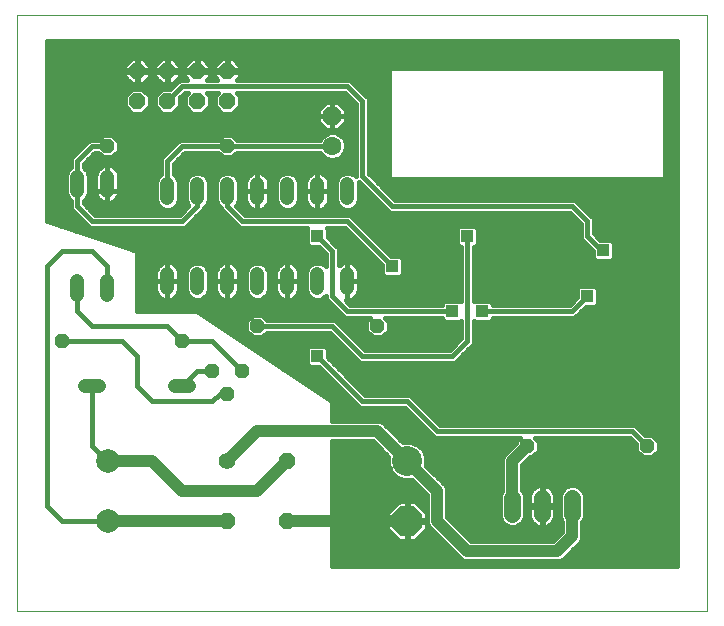
<source format=gbl>
G75*
G70*
%OFA0B0*%
%FSLAX24Y24*%
%IPPOS*%
%LPD*%
%AMOC8*
5,1,8,0,0,1.08239X$1,22.5*
%
%ADD10C,0.0000*%
%ADD11C,0.0787*%
%ADD12C,0.0557*%
%ADD13OC8,0.0557*%
%ADD14C,0.1000*%
%ADD15OC8,0.1000*%
%ADD16OC8,0.0630*%
%ADD17C,0.0630*%
%ADD18C,0.0477*%
%ADD19OC8,0.0477*%
%ADD20C,0.0557*%
%ADD21C,0.0400*%
%ADD22C,0.0160*%
%ADD23R,0.0425X0.0425*%
D10*
X000101Y000101D02*
X000101Y019971D01*
X023093Y019971D01*
X023093Y000101D01*
X000101Y000101D01*
D11*
X003111Y003109D03*
X003111Y005109D03*
D12*
X007101Y005101D03*
D13*
X009101Y005101D03*
X009101Y003101D03*
X007101Y003101D03*
X007101Y017101D03*
X006101Y017101D03*
X006101Y018101D03*
X007101Y018101D03*
X005101Y018101D03*
X004101Y018101D03*
X004101Y017101D03*
X005101Y017101D03*
D14*
X013101Y005101D03*
D15*
X013101Y003101D03*
D16*
X010601Y016601D03*
D17*
X010601Y015601D03*
D18*
X011101Y014340D02*
X011101Y013862D01*
X010101Y013862D02*
X010101Y014340D01*
X009101Y014340D02*
X009101Y013862D01*
X008101Y013862D02*
X008101Y014340D01*
X007101Y014340D02*
X007101Y013862D01*
X006101Y013862D02*
X006101Y014340D01*
X005101Y014340D02*
X005101Y013862D01*
X003101Y014101D02*
X003101Y014578D01*
X002101Y014578D02*
X002101Y014101D01*
X005101Y011340D02*
X005101Y010862D01*
X006101Y010862D02*
X006101Y011340D01*
X007101Y011340D02*
X007101Y010862D01*
X008101Y010862D02*
X008101Y011340D01*
X009101Y011340D02*
X009101Y010862D01*
X010101Y010862D02*
X010101Y011340D01*
X011101Y011340D02*
X011101Y010862D01*
X005840Y007601D02*
X005362Y007601D01*
X002840Y007601D02*
X002362Y007601D01*
X002101Y010623D02*
X002101Y011101D01*
X003101Y011101D02*
X003101Y010623D01*
D19*
X001601Y009101D03*
X005601Y009101D03*
X006601Y008101D03*
X007101Y007351D03*
X007601Y008101D03*
X008101Y009601D03*
X012101Y009601D03*
X017101Y005601D03*
X021101Y005601D03*
X007101Y015601D03*
X003101Y015601D03*
D20*
X016601Y003880D02*
X016601Y003322D01*
X017601Y003322D02*
X017601Y003880D01*
X018601Y003880D02*
X018601Y003322D01*
D21*
X018601Y003601D02*
X018601Y002601D01*
X018101Y002101D01*
X015101Y002101D01*
X014101Y003101D01*
X014101Y004101D01*
X013101Y005101D01*
X012101Y006101D01*
X008101Y006101D01*
X007101Y005101D01*
X008101Y004101D02*
X009101Y005101D01*
X008101Y004101D02*
X005601Y004101D01*
X004592Y005109D01*
X003111Y005109D01*
X003111Y003109D02*
X007092Y003109D01*
X007101Y003101D01*
X009101Y003101D02*
X013101Y003101D01*
X016601Y003601D02*
X016601Y005101D01*
X017101Y005601D01*
D22*
X017367Y005333D02*
X020835Y005333D01*
X020944Y005223D02*
X020723Y005444D01*
X020723Y005669D01*
X020510Y005882D01*
X017354Y005882D01*
X017479Y005757D01*
X017479Y005444D01*
X017257Y005223D01*
X017202Y005223D01*
X016940Y004960D01*
X016940Y004131D01*
X016955Y004116D01*
X017019Y003963D01*
X017019Y003239D01*
X016955Y003085D01*
X016837Y002968D01*
X016684Y002904D01*
X016518Y002904D01*
X016364Y002968D01*
X016247Y003085D01*
X016183Y003239D01*
X016183Y003963D01*
X016247Y004116D01*
X016262Y004131D01*
X016262Y005033D01*
X016262Y005168D01*
X016313Y005293D01*
X016723Y005702D01*
X016723Y005757D01*
X016848Y005882D01*
X014010Y005882D01*
X013882Y006010D01*
X013010Y006882D01*
X011510Y006882D01*
X011382Y007010D01*
X010143Y008249D01*
X009831Y008249D01*
X009749Y008331D01*
X009749Y008871D01*
X009831Y008952D01*
X010371Y008952D01*
X010452Y008871D01*
X010452Y008559D01*
X011691Y007320D01*
X013010Y007320D01*
X013191Y007320D01*
X014191Y006320D01*
X020510Y006320D01*
X020691Y006320D01*
X021033Y005979D01*
X021257Y005979D01*
X021479Y005757D01*
X021479Y005444D01*
X021257Y005223D01*
X020944Y005223D01*
X020723Y005491D02*
X017479Y005491D01*
X017479Y005650D02*
X020723Y005650D01*
X020583Y005808D02*
X017427Y005808D01*
X016774Y005808D02*
X012873Y005808D01*
X012951Y005730D02*
X012293Y006388D01*
X012168Y006440D01*
X012033Y006440D01*
X010601Y006440D01*
X010601Y007101D01*
X006101Y010101D01*
X004101Y010101D01*
X004101Y012101D01*
X001101Y013101D01*
X001101Y019101D01*
X022101Y019101D01*
X022101Y001601D01*
X010601Y001601D01*
X010601Y005762D01*
X011960Y005762D01*
X012471Y005251D01*
X012462Y005228D01*
X012462Y004974D01*
X012559Y004739D01*
X012739Y004559D01*
X012974Y004462D01*
X013228Y004462D01*
X013251Y004471D01*
X013762Y003960D01*
X013762Y003168D01*
X013762Y003033D01*
X013813Y002909D01*
X014813Y001909D01*
X014909Y001813D01*
X015033Y001762D01*
X018033Y001762D01*
X018168Y001762D01*
X018293Y001813D01*
X018793Y002313D01*
X018888Y002409D01*
X018940Y002533D01*
X018940Y003070D01*
X018955Y003085D01*
X019019Y003239D01*
X019019Y003963D01*
X018955Y004116D01*
X018837Y004234D01*
X018684Y004297D01*
X018518Y004297D01*
X018364Y004234D01*
X018247Y004116D01*
X018183Y003963D01*
X018183Y003239D01*
X018247Y003085D01*
X018262Y003070D01*
X018262Y002741D01*
X017960Y002440D01*
X015241Y002440D01*
X014440Y003241D01*
X014440Y004168D01*
X014388Y004293D01*
X014293Y004388D01*
X013730Y004951D01*
X013740Y004974D01*
X013740Y005228D01*
X013643Y005463D01*
X013463Y005643D01*
X013228Y005740D01*
X012974Y005740D01*
X012951Y005730D01*
X012714Y005967D02*
X013925Y005967D01*
X014101Y006101D02*
X020601Y006101D01*
X021101Y005601D01*
X021367Y005333D02*
X022101Y005333D01*
X022101Y005491D02*
X021479Y005491D01*
X021479Y005650D02*
X022101Y005650D01*
X022101Y005808D02*
X021427Y005808D01*
X021269Y005967D02*
X022101Y005967D01*
X022101Y006125D02*
X020886Y006125D01*
X020727Y006284D02*
X022101Y006284D01*
X022101Y006443D02*
X014069Y006443D01*
X013910Y006601D02*
X022101Y006601D01*
X022101Y006760D02*
X013752Y006760D01*
X013593Y006918D02*
X022101Y006918D01*
X022101Y007077D02*
X013435Y007077D01*
X013276Y007235D02*
X022101Y007235D01*
X022101Y007394D02*
X011618Y007394D01*
X011459Y007552D02*
X022101Y007552D01*
X022101Y007711D02*
X011300Y007711D01*
X011142Y007869D02*
X022101Y007869D01*
X022101Y008028D02*
X010983Y008028D01*
X010825Y008186D02*
X022101Y008186D01*
X022101Y008345D02*
X010666Y008345D01*
X010508Y008504D02*
X011388Y008504D01*
X011382Y008510D02*
X011510Y008382D01*
X014510Y008382D01*
X014691Y008382D01*
X015320Y009010D01*
X015320Y009191D01*
X015320Y009760D01*
X015331Y009749D01*
X015871Y009749D01*
X015952Y009831D01*
X015952Y009882D01*
X018510Y009882D01*
X018691Y009882D01*
X019059Y010249D01*
X019371Y010249D01*
X019452Y010331D01*
X019452Y010871D01*
X019371Y010952D01*
X018831Y010952D01*
X018749Y010871D01*
X018749Y010559D01*
X018510Y010320D01*
X015952Y010320D01*
X015952Y010371D01*
X015871Y010452D01*
X015331Y010452D01*
X015320Y010442D01*
X015320Y012249D01*
X015371Y012249D01*
X015452Y012331D01*
X015452Y012871D01*
X015371Y012952D01*
X014831Y012952D01*
X014749Y012871D01*
X014749Y012331D01*
X014831Y012249D01*
X014882Y012249D01*
X014882Y010442D01*
X014871Y010452D01*
X014331Y010452D01*
X014249Y010371D01*
X014249Y010320D01*
X011191Y010320D01*
X011043Y010468D01*
X011062Y010465D01*
X011101Y010465D01*
X011140Y010465D01*
X011217Y010480D01*
X011289Y010510D01*
X011354Y010553D01*
X011409Y010609D01*
X011453Y010674D01*
X011483Y010746D01*
X011498Y010823D01*
X011498Y011101D01*
X011498Y011379D01*
X011483Y011455D01*
X011453Y011528D01*
X011409Y011593D01*
X011354Y011648D01*
X011289Y011692D01*
X011217Y011722D01*
X011140Y011737D01*
X011101Y011737D01*
X011101Y011101D01*
X011101Y011101D01*
X011498Y011101D01*
X011101Y011101D01*
X011101Y011101D01*
X011101Y011737D01*
X011062Y011737D01*
X010985Y011722D01*
X010912Y011692D01*
X010847Y011648D01*
X010820Y011621D01*
X010820Y012191D01*
X010691Y012320D01*
X010452Y012559D01*
X010452Y012871D01*
X010442Y012882D01*
X011010Y012882D01*
X012249Y011643D01*
X012249Y011331D01*
X012331Y011249D01*
X012871Y011249D01*
X012952Y011331D01*
X012952Y011871D01*
X012871Y011952D01*
X012559Y011952D01*
X011191Y013320D01*
X011010Y013320D01*
X007691Y013320D01*
X007392Y013619D01*
X007421Y013648D01*
X007479Y013787D01*
X007479Y014415D01*
X007421Y014554D01*
X007315Y014660D01*
X007176Y014717D01*
X007026Y014717D01*
X006887Y014660D01*
X006781Y014554D01*
X006723Y014415D01*
X006723Y013787D01*
X006781Y013648D01*
X006882Y013547D01*
X006882Y013510D01*
X007382Y013010D01*
X007510Y012882D01*
X009760Y012882D01*
X009749Y012871D01*
X009749Y012331D01*
X009831Y012249D01*
X010143Y012249D01*
X010382Y012010D01*
X010382Y011593D01*
X010315Y011660D01*
X010176Y011717D01*
X010026Y011717D01*
X009887Y011660D01*
X009781Y011554D01*
X009723Y011415D01*
X009723Y010787D01*
X009781Y010648D01*
X009887Y010542D01*
X010026Y010484D01*
X010176Y010484D01*
X010315Y010542D01*
X010382Y010609D01*
X010382Y010510D01*
X010882Y010010D01*
X011010Y009882D01*
X011848Y009882D01*
X011723Y009757D01*
X011723Y009444D01*
X011944Y009223D01*
X012257Y009223D01*
X012479Y009444D01*
X012479Y009757D01*
X012354Y009882D01*
X014249Y009882D01*
X014249Y009831D01*
X014331Y009749D01*
X014871Y009749D01*
X014882Y009760D01*
X014882Y009191D01*
X014510Y008820D01*
X011691Y008820D01*
X010691Y009820D01*
X010510Y009820D01*
X008416Y009820D01*
X008257Y009979D01*
X007944Y009979D01*
X007723Y009757D01*
X007723Y009444D01*
X007944Y009223D01*
X008257Y009223D01*
X008416Y009382D01*
X010510Y009382D01*
X011382Y008510D01*
X011230Y008662D02*
X010452Y008662D01*
X010452Y008821D02*
X011071Y008821D01*
X010913Y008979D02*
X007783Y008979D01*
X007545Y009138D02*
X010754Y009138D01*
X010595Y009296D02*
X008331Y009296D01*
X008101Y009601D02*
X010601Y009601D01*
X011601Y008601D01*
X014601Y008601D01*
X015101Y009101D01*
X015101Y012601D01*
X015452Y012626D02*
X018882Y012626D01*
X018882Y012691D02*
X018882Y012510D01*
X019281Y012111D01*
X019281Y011862D01*
X019362Y011781D01*
X019902Y011781D01*
X019984Y011862D01*
X019984Y012402D01*
X019902Y012484D01*
X019527Y012484D01*
X019320Y012691D01*
X019320Y013191D01*
X019191Y013320D01*
X018691Y013820D01*
X018510Y013820D01*
X012691Y013820D01*
X011820Y014691D01*
X011820Y017191D01*
X011691Y017320D01*
X011191Y017820D01*
X011010Y017820D01*
X007438Y017820D01*
X007538Y017920D01*
X007538Y018081D01*
X007121Y018081D01*
X007121Y018121D01*
X007081Y018121D01*
X007081Y018538D01*
X006920Y018538D01*
X006663Y018282D01*
X006663Y018121D01*
X007081Y018121D01*
X007081Y018081D01*
X006663Y018081D01*
X006663Y017920D01*
X006763Y017820D01*
X006438Y017820D01*
X006538Y017920D01*
X006538Y018081D01*
X006121Y018081D01*
X006121Y018121D01*
X006538Y018121D01*
X006538Y018282D01*
X006282Y018538D01*
X006121Y018538D01*
X006121Y018121D01*
X006081Y018121D01*
X006081Y018538D01*
X005920Y018538D01*
X005663Y018282D01*
X005663Y018121D01*
X006081Y018121D01*
X006081Y018081D01*
X005663Y018081D01*
X005663Y017920D01*
X005763Y017820D01*
X005510Y017820D01*
X005382Y017691D01*
X005209Y017519D01*
X004928Y017519D01*
X004683Y017274D01*
X004683Y016928D01*
X004928Y016683D01*
X005274Y016683D01*
X005519Y016928D01*
X005519Y017209D01*
X005691Y017382D01*
X005791Y017382D01*
X005683Y017274D01*
X005683Y016928D01*
X005928Y016683D01*
X006274Y016683D01*
X006519Y016928D01*
X006519Y017274D01*
X006411Y017382D01*
X006791Y017382D01*
X006683Y017274D01*
X006683Y016928D01*
X006928Y016683D01*
X007274Y016683D01*
X007519Y016928D01*
X007519Y017274D01*
X007411Y017382D01*
X011010Y017382D01*
X011382Y017010D01*
X011382Y014691D01*
X011382Y014593D01*
X011315Y014660D01*
X011176Y014717D01*
X011026Y014717D01*
X010887Y014660D01*
X010781Y014554D01*
X010723Y014415D01*
X010723Y013787D01*
X010781Y013648D01*
X010887Y013542D01*
X011026Y013484D01*
X011176Y013484D01*
X011315Y013542D01*
X011421Y013648D01*
X011479Y013787D01*
X011479Y014413D01*
X012382Y013510D01*
X012510Y013382D01*
X018510Y013382D01*
X018882Y013010D01*
X018882Y012691D01*
X018882Y012784D02*
X015452Y012784D01*
X015381Y012943D02*
X018882Y012943D01*
X018790Y013101D02*
X011410Y013101D01*
X011569Y012943D02*
X014821Y012943D01*
X014749Y012784D02*
X011727Y012784D01*
X011886Y012626D02*
X014749Y012626D01*
X014749Y012467D02*
X012044Y012467D01*
X012203Y012309D02*
X014771Y012309D01*
X014882Y012150D02*
X012361Y012150D01*
X012520Y011992D02*
X014882Y011992D01*
X014882Y011833D02*
X012952Y011833D01*
X012952Y011674D02*
X014882Y011674D01*
X014882Y011516D02*
X012952Y011516D01*
X012952Y011357D02*
X014882Y011357D01*
X014882Y011199D02*
X011498Y011199D01*
X011498Y011357D02*
X012249Y011357D01*
X012249Y011516D02*
X011458Y011516D01*
X011315Y011674D02*
X012217Y011674D01*
X012059Y011833D02*
X010820Y011833D01*
X010820Y011674D02*
X010887Y011674D01*
X011101Y011674D02*
X011101Y011674D01*
X011101Y011516D02*
X011101Y011516D01*
X011101Y011357D02*
X011101Y011357D01*
X011101Y011199D02*
X011101Y011199D01*
X011101Y011100D02*
X011101Y010465D01*
X011101Y011100D01*
X011101Y011100D01*
X011101Y011040D02*
X011101Y011040D01*
X011101Y010882D02*
X011101Y010882D01*
X011101Y010723D02*
X011101Y010723D01*
X011101Y010565D02*
X011101Y010565D01*
X011105Y010406D02*
X014284Y010406D01*
X014601Y010101D02*
X011101Y010101D01*
X010601Y010601D01*
X010601Y012101D01*
X010101Y012601D01*
X009749Y012626D02*
X002526Y012626D01*
X002510Y012882D02*
X005691Y012882D01*
X005820Y013010D01*
X006320Y013510D01*
X006320Y013547D01*
X006421Y013648D01*
X006479Y013787D01*
X006479Y014415D01*
X006421Y014554D01*
X006315Y014660D01*
X006176Y014717D01*
X006026Y014717D01*
X005887Y014660D01*
X005781Y014554D01*
X005723Y014415D01*
X005723Y013787D01*
X005781Y013648D01*
X005809Y013619D01*
X005510Y013320D01*
X002691Y013320D01*
X002320Y013691D01*
X002320Y013786D01*
X002421Y013887D01*
X002479Y014026D01*
X002479Y014653D01*
X002421Y014792D01*
X002320Y014893D01*
X002320Y015010D01*
X002691Y015382D01*
X002786Y015382D01*
X002944Y015223D01*
X003257Y015223D01*
X003479Y015444D01*
X003479Y015757D01*
X003257Y015979D01*
X002944Y015979D01*
X002786Y015820D01*
X002510Y015820D01*
X002382Y015691D01*
X001882Y015191D01*
X001882Y015010D01*
X001882Y014893D01*
X001781Y014792D01*
X001723Y014653D01*
X001723Y014026D01*
X001781Y013887D01*
X001882Y013786D01*
X001882Y013510D01*
X002010Y013382D01*
X002382Y013010D01*
X002510Y012882D01*
X002449Y012943D02*
X001575Y012943D01*
X001101Y013101D02*
X002290Y013101D01*
X002382Y013010D02*
X002382Y013010D01*
X002601Y013101D02*
X002101Y013601D01*
X002101Y014101D01*
X002101Y015101D01*
X002601Y015601D01*
X003101Y015601D01*
X003355Y015321D02*
X005011Y015321D01*
X004882Y015191D02*
X004882Y015010D01*
X004882Y014655D01*
X004781Y014554D01*
X004723Y014415D01*
X004723Y013787D01*
X004781Y013648D01*
X004887Y013542D01*
X005026Y013484D01*
X005176Y013484D01*
X005315Y013542D01*
X005421Y013648D01*
X005479Y013787D01*
X005479Y014415D01*
X005421Y014554D01*
X005320Y014655D01*
X005320Y015010D01*
X005691Y015382D01*
X006786Y015382D01*
X006944Y015223D01*
X007257Y015223D01*
X007416Y015382D01*
X010200Y015382D01*
X010216Y015344D01*
X010344Y015216D01*
X010510Y015147D01*
X010691Y015147D01*
X010858Y015216D01*
X010986Y015344D01*
X011055Y015510D01*
X011055Y015691D01*
X010986Y015858D01*
X010858Y015986D01*
X010691Y016055D01*
X010510Y016055D01*
X010344Y015986D01*
X010216Y015858D01*
X010200Y015820D01*
X007416Y015820D01*
X007257Y015979D01*
X006944Y015979D01*
X006786Y015820D01*
X005510Y015820D01*
X005382Y015691D01*
X004882Y015191D01*
X004882Y015162D02*
X002472Y015162D01*
X002320Y015004D02*
X004882Y015004D01*
X004882Y014845D02*
X003396Y014845D01*
X003409Y014832D02*
X003354Y014887D01*
X003289Y014930D01*
X003217Y014960D01*
X003140Y014976D01*
X003101Y014976D01*
X003101Y014101D01*
X003498Y014101D01*
X003498Y014617D01*
X003483Y014694D01*
X003453Y014767D01*
X003409Y014832D01*
X003484Y014687D02*
X004882Y014687D01*
X004770Y014528D02*
X003498Y014528D01*
X003498Y014370D02*
X004723Y014370D01*
X004723Y014211D02*
X003498Y014211D01*
X003498Y014101D02*
X003101Y014101D01*
X003101Y014101D01*
X003101Y014101D01*
X003101Y014976D01*
X003062Y014976D01*
X002985Y014960D01*
X002912Y014930D01*
X002847Y014887D01*
X002792Y014832D01*
X002749Y014767D01*
X002719Y014694D01*
X002703Y014617D01*
X002703Y014101D01*
X003100Y014101D01*
X003100Y014101D01*
X002703Y014101D01*
X002703Y014062D01*
X002719Y013985D01*
X002749Y013912D01*
X002792Y013847D01*
X002847Y013792D01*
X002912Y013749D01*
X002985Y013719D01*
X003062Y013703D01*
X003101Y013703D01*
X003140Y013703D01*
X003217Y013719D01*
X003289Y013749D01*
X003354Y013792D01*
X003409Y013847D01*
X003453Y013912D01*
X003483Y013985D01*
X003498Y014062D01*
X003498Y014101D01*
X003496Y014053D02*
X004723Y014053D01*
X004723Y013894D02*
X003441Y013894D01*
X003258Y013736D02*
X004744Y013736D01*
X004852Y013577D02*
X002434Y013577D01*
X002320Y013736D02*
X002944Y013736D01*
X003101Y013736D02*
X003101Y013736D01*
X003101Y013703D02*
X003101Y014100D01*
X003101Y014100D01*
X003101Y013703D01*
X003101Y013894D02*
X003101Y013894D01*
X003101Y014053D02*
X003101Y014053D01*
X003101Y014211D02*
X003101Y014211D01*
X003101Y014370D02*
X003101Y014370D01*
X003101Y014528D02*
X003101Y014528D01*
X003101Y014687D02*
X003101Y014687D01*
X003101Y014845D02*
X003101Y014845D01*
X002806Y014845D02*
X002368Y014845D01*
X002465Y014687D02*
X002717Y014687D01*
X002703Y014528D02*
X002479Y014528D01*
X002479Y014370D02*
X002703Y014370D01*
X002703Y014211D02*
X002479Y014211D01*
X002479Y014053D02*
X002705Y014053D01*
X002761Y013894D02*
X002424Y013894D01*
X001882Y013736D02*
X001101Y013736D01*
X001101Y013894D02*
X001777Y013894D01*
X001723Y014053D02*
X001101Y014053D01*
X001101Y014211D02*
X001723Y014211D01*
X001723Y014370D02*
X001101Y014370D01*
X001101Y014528D02*
X001723Y014528D01*
X001737Y014687D02*
X001101Y014687D01*
X001101Y014845D02*
X001834Y014845D01*
X001882Y015004D02*
X001101Y015004D01*
X001101Y015162D02*
X001882Y015162D01*
X002011Y015321D02*
X001101Y015321D01*
X001101Y015479D02*
X002170Y015479D01*
X002328Y015638D02*
X001101Y015638D01*
X001101Y015797D02*
X002487Y015797D01*
X002921Y015955D02*
X001101Y015955D01*
X001101Y016114D02*
X011382Y016114D01*
X011382Y016272D02*
X010942Y016272D01*
X011074Y016405D02*
X011074Y016601D01*
X011074Y016797D01*
X010797Y017074D01*
X010601Y017074D01*
X010601Y016601D01*
X010601Y016601D01*
X011074Y016601D01*
X010601Y016601D01*
X010601Y016601D01*
X010601Y017074D01*
X010405Y017074D01*
X010127Y016797D01*
X010127Y016601D01*
X010600Y016601D01*
X010600Y016601D01*
X010127Y016601D01*
X010127Y016405D01*
X010405Y016127D01*
X010601Y016127D01*
X010797Y016127D01*
X011074Y016405D01*
X011074Y016431D02*
X011382Y016431D01*
X011382Y016589D02*
X011074Y016589D01*
X011074Y016748D02*
X011382Y016748D01*
X011382Y016906D02*
X010965Y016906D01*
X010807Y017065D02*
X011327Y017065D01*
X011168Y017223D02*
X007519Y017223D01*
X007519Y017065D02*
X010395Y017065D01*
X010601Y017065D02*
X010601Y017065D01*
X010601Y016906D02*
X010601Y016906D01*
X010601Y016748D02*
X010601Y016748D01*
X010601Y016600D02*
X010601Y016127D01*
X010601Y016600D01*
X010601Y016600D01*
X010601Y016589D02*
X010601Y016589D01*
X010601Y016431D02*
X010601Y016431D01*
X010601Y016272D02*
X010601Y016272D01*
X010259Y016272D02*
X001101Y016272D01*
X001101Y016431D02*
X010127Y016431D01*
X010127Y016589D02*
X001101Y016589D01*
X001101Y016748D02*
X003863Y016748D01*
X003928Y016683D02*
X004274Y016683D01*
X004519Y016928D01*
X004519Y017274D01*
X004274Y017519D01*
X003928Y017519D01*
X003683Y017274D01*
X003683Y016928D01*
X003928Y016683D01*
X003704Y016906D02*
X001101Y016906D01*
X001101Y017065D02*
X003683Y017065D01*
X003683Y017223D02*
X001101Y017223D01*
X001101Y017382D02*
X003791Y017382D01*
X003920Y017663D02*
X004081Y017663D01*
X004081Y018081D01*
X004121Y018081D01*
X004121Y018121D01*
X004538Y018121D01*
X004538Y018282D01*
X004282Y018538D01*
X004121Y018538D01*
X004121Y018121D01*
X004081Y018121D01*
X004081Y018538D01*
X003920Y018538D01*
X003663Y018282D01*
X003663Y018121D01*
X004081Y018121D01*
X004081Y018081D01*
X003663Y018081D01*
X003663Y017920D01*
X003920Y017663D01*
X003884Y017699D02*
X001101Y017699D01*
X001101Y017541D02*
X005231Y017541D01*
X005282Y017663D02*
X005538Y017920D01*
X005538Y018081D01*
X005121Y018081D01*
X005121Y018121D01*
X005538Y018121D01*
X005538Y018282D01*
X005282Y018538D01*
X005121Y018538D01*
X005121Y018121D01*
X005081Y018121D01*
X005081Y018538D01*
X004920Y018538D01*
X004663Y018282D01*
X004663Y018121D01*
X005081Y018121D01*
X005081Y018081D01*
X005121Y018081D01*
X005121Y017663D01*
X005282Y017663D01*
X005318Y017699D02*
X005389Y017699D01*
X005476Y017858D02*
X005725Y017858D01*
X005663Y018016D02*
X005538Y018016D01*
X005538Y018175D02*
X005663Y018175D01*
X005715Y018333D02*
X005487Y018333D01*
X005328Y018492D02*
X005873Y018492D01*
X006081Y018492D02*
X006121Y018492D01*
X006121Y018333D02*
X006081Y018333D01*
X006081Y018175D02*
X006121Y018175D01*
X006487Y018333D02*
X006715Y018333D01*
X006663Y018175D02*
X006538Y018175D01*
X006538Y018016D02*
X006663Y018016D01*
X006725Y017858D02*
X006476Y017858D01*
X006519Y017223D02*
X006683Y017223D01*
X006683Y017065D02*
X006519Y017065D01*
X006497Y016906D02*
X006704Y016906D01*
X006863Y016748D02*
X006339Y016748D01*
X005863Y016748D02*
X005339Y016748D01*
X005497Y016906D02*
X005704Y016906D01*
X005683Y017065D02*
X005519Y017065D01*
X005533Y017223D02*
X005683Y017223D01*
X005601Y017601D02*
X011101Y017601D01*
X011601Y017101D01*
X011601Y014601D01*
X012601Y013601D01*
X018601Y013601D01*
X019101Y013101D01*
X019101Y012601D01*
X019601Y012101D01*
X019632Y012132D01*
X019281Y011992D02*
X015320Y011992D01*
X015320Y012150D02*
X019242Y012150D01*
X019083Y012309D02*
X015430Y012309D01*
X015452Y012467D02*
X018925Y012467D01*
X019386Y012626D02*
X022101Y012626D01*
X022101Y012784D02*
X019320Y012784D01*
X019320Y012943D02*
X022101Y012943D01*
X022101Y013101D02*
X019320Y013101D01*
X019251Y013260D02*
X022101Y013260D01*
X022101Y013418D02*
X019093Y013418D01*
X018934Y013577D02*
X022101Y013577D01*
X022101Y013736D02*
X018776Y013736D01*
X018632Y013260D02*
X011251Y013260D01*
X011101Y013101D02*
X012601Y011601D01*
X011900Y011992D02*
X010820Y011992D01*
X010820Y012150D02*
X011742Y012150D01*
X011583Y012309D02*
X010703Y012309D01*
X010544Y012467D02*
X011425Y012467D01*
X011266Y012626D02*
X010452Y012626D01*
X010452Y012784D02*
X011108Y012784D01*
X011101Y013101D02*
X007601Y013101D01*
X007101Y013601D01*
X007101Y014101D01*
X007479Y014053D02*
X007703Y014053D01*
X007703Y014101D02*
X007703Y013823D01*
X007719Y013746D01*
X007749Y013674D01*
X007792Y013609D01*
X007847Y013553D01*
X007912Y013510D01*
X007985Y013480D01*
X008062Y013465D01*
X008101Y013465D01*
X008140Y013465D01*
X008217Y013480D01*
X008289Y013510D01*
X008354Y013553D01*
X008409Y013609D01*
X008453Y013674D01*
X008483Y013746D01*
X008498Y013823D01*
X008498Y014101D01*
X008498Y014379D01*
X008483Y014455D01*
X008453Y014528D01*
X008409Y014593D01*
X008354Y014648D01*
X008289Y014692D01*
X008217Y014722D01*
X008140Y014737D01*
X008101Y014737D01*
X008101Y014101D01*
X008498Y014101D01*
X008101Y014101D01*
X008101Y014101D01*
X008101Y014101D01*
X008101Y014737D01*
X008062Y014737D01*
X007985Y014722D01*
X007912Y014692D01*
X007847Y014648D01*
X007792Y014593D01*
X007749Y014528D01*
X007432Y014528D01*
X007479Y014370D02*
X007703Y014370D01*
X007703Y014379D02*
X007703Y014101D01*
X008100Y014101D01*
X008100Y014101D01*
X007703Y014101D01*
X007703Y014211D02*
X007479Y014211D01*
X007703Y014379D02*
X007719Y014455D01*
X007749Y014528D01*
X007905Y014687D02*
X007250Y014687D01*
X006952Y014687D02*
X006250Y014687D01*
X006432Y014528D02*
X006770Y014528D01*
X006723Y014370D02*
X006479Y014370D01*
X006479Y014211D02*
X006723Y014211D01*
X006723Y014053D02*
X006479Y014053D01*
X006479Y013894D02*
X006723Y013894D01*
X006744Y013736D02*
X006457Y013736D01*
X006350Y013577D02*
X006852Y013577D01*
X006973Y013418D02*
X006228Y013418D01*
X006101Y013601D02*
X005601Y013101D01*
X002601Y013101D01*
X002593Y013418D02*
X005609Y013418D01*
X005767Y013577D02*
X005350Y013577D01*
X005457Y013736D02*
X005744Y013736D01*
X005723Y013894D02*
X005479Y013894D01*
X005479Y014053D02*
X005723Y014053D01*
X005723Y014211D02*
X005479Y014211D01*
X005479Y014370D02*
X005723Y014370D01*
X005770Y014528D02*
X005432Y014528D01*
X005320Y014687D02*
X005952Y014687D01*
X005472Y015162D02*
X010473Y015162D01*
X010729Y015162D02*
X011382Y015162D01*
X011382Y015004D02*
X005320Y015004D01*
X005320Y014845D02*
X011382Y014845D01*
X011382Y014687D02*
X011250Y014687D01*
X010952Y014687D02*
X010296Y014687D01*
X010289Y014692D02*
X010217Y014722D01*
X010140Y014737D01*
X010101Y014737D01*
X010101Y014101D01*
X010498Y014101D01*
X010498Y014379D01*
X010483Y014455D01*
X010453Y014528D01*
X010409Y014593D01*
X010354Y014648D01*
X010289Y014692D01*
X010101Y014687D02*
X010101Y014687D01*
X010101Y014737D02*
X010062Y014737D01*
X009985Y014722D01*
X009912Y014692D01*
X009847Y014648D01*
X009792Y014593D01*
X009749Y014528D01*
X009432Y014528D01*
X009421Y014554D02*
X009315Y014660D01*
X009176Y014717D01*
X009026Y014717D01*
X008887Y014660D01*
X008781Y014554D01*
X008723Y014415D01*
X008723Y013787D01*
X008781Y013648D01*
X008887Y013542D01*
X009026Y013484D01*
X009176Y013484D01*
X009315Y013542D01*
X009421Y013648D01*
X009479Y013787D01*
X009479Y014415D01*
X009421Y014554D01*
X009479Y014370D02*
X009703Y014370D01*
X009703Y014379D02*
X009703Y014101D01*
X010100Y014101D01*
X010100Y014101D01*
X009703Y014101D01*
X009703Y013823D01*
X009719Y013746D01*
X009749Y013674D01*
X009792Y013609D01*
X009847Y013553D01*
X009912Y013510D01*
X009985Y013480D01*
X010062Y013465D01*
X010101Y013465D01*
X010140Y013465D01*
X010217Y013480D01*
X010289Y013510D01*
X010354Y013553D01*
X010409Y013609D01*
X010453Y013674D01*
X010483Y013746D01*
X010498Y013823D01*
X010498Y014101D01*
X010101Y014101D01*
X010101Y014101D01*
X010101Y014101D01*
X010101Y014737D01*
X009905Y014687D02*
X009250Y014687D01*
X008952Y014687D02*
X008296Y014687D01*
X008101Y014687D02*
X008101Y014687D01*
X008101Y014528D02*
X008101Y014528D01*
X008101Y014370D02*
X008101Y014370D01*
X008101Y014211D02*
X008101Y014211D01*
X008101Y014100D02*
X008101Y013465D01*
X008101Y014100D01*
X008101Y014100D01*
X008101Y014053D02*
X008101Y014053D01*
X008101Y013894D02*
X008101Y013894D01*
X008101Y013736D02*
X008101Y013736D01*
X008101Y013577D02*
X008101Y013577D01*
X007824Y013577D02*
X007434Y013577D01*
X007457Y013736D02*
X007723Y013736D01*
X007703Y013894D02*
X007479Y013894D01*
X007593Y013418D02*
X012473Y013418D01*
X012315Y013577D02*
X011350Y013577D01*
X011457Y013736D02*
X012156Y013736D01*
X011998Y013894D02*
X011479Y013894D01*
X011479Y014053D02*
X011839Y014053D01*
X011681Y014211D02*
X011479Y014211D01*
X011479Y014370D02*
X011522Y014370D01*
X011825Y014687D02*
X012496Y014687D01*
X012496Y014644D02*
X012496Y014557D01*
X012557Y014496D01*
X021644Y014496D01*
X021706Y014557D01*
X021706Y014644D01*
X021706Y018144D01*
X021644Y018206D01*
X021557Y018206D01*
X012557Y018206D01*
X012496Y018144D01*
X012496Y018057D01*
X012496Y014644D01*
X012525Y014528D02*
X011983Y014528D01*
X012142Y014370D02*
X022101Y014370D01*
X022101Y014528D02*
X021677Y014528D01*
X021706Y014687D02*
X022101Y014687D01*
X022101Y014845D02*
X021706Y014845D01*
X021706Y015004D02*
X022101Y015004D01*
X022101Y015162D02*
X021706Y015162D01*
X021706Y015321D02*
X022101Y015321D01*
X022101Y015479D02*
X021706Y015479D01*
X021706Y015638D02*
X022101Y015638D01*
X022101Y015797D02*
X021706Y015797D01*
X021706Y015955D02*
X022101Y015955D01*
X022101Y016114D02*
X021706Y016114D01*
X021706Y016272D02*
X022101Y016272D01*
X022101Y016431D02*
X021706Y016431D01*
X021706Y016589D02*
X022101Y016589D01*
X022101Y016748D02*
X021706Y016748D01*
X021706Y016906D02*
X022101Y016906D01*
X022101Y017065D02*
X021706Y017065D01*
X021706Y017223D02*
X022101Y017223D01*
X022101Y017382D02*
X021706Y017382D01*
X021706Y017541D02*
X022101Y017541D01*
X022101Y017699D02*
X021706Y017699D01*
X021706Y017858D02*
X022101Y017858D01*
X022101Y018016D02*
X021706Y018016D01*
X021675Y018175D02*
X022101Y018175D01*
X022101Y018333D02*
X007487Y018333D01*
X007538Y018282D02*
X007282Y018538D01*
X007121Y018538D01*
X007121Y018121D01*
X007538Y018121D01*
X007538Y018282D01*
X007538Y018175D02*
X012526Y018175D01*
X012496Y018016D02*
X007538Y018016D01*
X007476Y017858D02*
X012496Y017858D01*
X012496Y017699D02*
X011312Y017699D01*
X011471Y017541D02*
X012496Y017541D01*
X012496Y017382D02*
X011629Y017382D01*
X011788Y017223D02*
X012496Y017223D01*
X012496Y017065D02*
X011820Y017065D01*
X011820Y016906D02*
X012496Y016906D01*
X012496Y016748D02*
X011820Y016748D01*
X011820Y016589D02*
X012496Y016589D01*
X012496Y016431D02*
X011820Y016431D01*
X011820Y016272D02*
X012496Y016272D01*
X012496Y016114D02*
X011820Y016114D01*
X011820Y015955D02*
X012496Y015955D01*
X012496Y015797D02*
X011820Y015797D01*
X011820Y015638D02*
X012496Y015638D01*
X012496Y015479D02*
X011820Y015479D01*
X011820Y015321D02*
X012496Y015321D01*
X012496Y015162D02*
X011820Y015162D01*
X011820Y015004D02*
X012496Y015004D01*
X012496Y014845D02*
X011820Y014845D01*
X011382Y015321D02*
X010963Y015321D01*
X011042Y015479D02*
X011382Y015479D01*
X011382Y015638D02*
X011055Y015638D01*
X011011Y015797D02*
X011382Y015797D01*
X011382Y015955D02*
X010889Y015955D01*
X010601Y015601D02*
X007101Y015601D01*
X005601Y015601D01*
X005101Y015101D01*
X005101Y014101D01*
X006101Y014101D02*
X006101Y013601D01*
X006070Y013260D02*
X007132Y013260D01*
X007290Y013101D02*
X005911Y013101D01*
X005753Y012943D02*
X007449Y012943D01*
X008378Y013577D02*
X008852Y013577D01*
X008744Y013736D02*
X008479Y013736D01*
X008498Y013894D02*
X008723Y013894D01*
X008723Y014053D02*
X008498Y014053D01*
X008498Y014211D02*
X008723Y014211D01*
X008723Y014370D02*
X008498Y014370D01*
X008453Y014528D02*
X008770Y014528D01*
X009479Y014211D02*
X009703Y014211D01*
X009703Y014053D02*
X009479Y014053D01*
X009479Y013894D02*
X009703Y013894D01*
X009723Y013736D02*
X009457Y013736D01*
X009350Y013577D02*
X009824Y013577D01*
X010101Y013577D02*
X010101Y013577D01*
X010101Y013465D02*
X010101Y014100D01*
X010101Y014100D01*
X010101Y013465D01*
X010101Y013736D02*
X010101Y013736D01*
X010101Y013894D02*
X010101Y013894D01*
X010101Y014053D02*
X010101Y014053D01*
X010101Y014211D02*
X010101Y014211D01*
X010101Y014370D02*
X010101Y014370D01*
X010101Y014528D02*
X010101Y014528D01*
X009749Y014528D02*
X009719Y014455D01*
X009703Y014379D01*
X010453Y014528D02*
X010770Y014528D01*
X010723Y014370D02*
X010498Y014370D01*
X010498Y014211D02*
X010723Y014211D01*
X010723Y014053D02*
X010498Y014053D01*
X010498Y013894D02*
X010723Y013894D01*
X010744Y013736D02*
X010479Y013736D01*
X010378Y013577D02*
X010852Y013577D01*
X009749Y012784D02*
X002050Y012784D01*
X002132Y013260D02*
X001101Y013260D01*
X001101Y013418D02*
X001973Y013418D01*
X002010Y013382D02*
X002010Y013382D01*
X001882Y013577D02*
X001101Y013577D01*
X001601Y012101D02*
X002601Y012101D01*
X003101Y011601D01*
X003101Y011101D01*
X002101Y011101D02*
X002101Y010101D01*
X002601Y009601D01*
X005101Y009601D01*
X005601Y009101D01*
X006601Y009101D01*
X007601Y008101D01*
X008021Y008821D02*
X009749Y008821D01*
X009749Y008662D02*
X008259Y008662D01*
X008497Y008504D02*
X009749Y008504D01*
X009749Y008345D02*
X008734Y008345D01*
X008972Y008186D02*
X010205Y008186D01*
X010364Y008028D02*
X009210Y008028D01*
X009448Y007869D02*
X010522Y007869D01*
X010681Y007711D02*
X009686Y007711D01*
X009924Y007552D02*
X010839Y007552D01*
X010998Y007394D02*
X010161Y007394D01*
X010399Y007235D02*
X011157Y007235D01*
X011315Y007077D02*
X010601Y007077D01*
X010601Y006918D02*
X011474Y006918D01*
X011601Y007101D02*
X013101Y007101D01*
X014101Y006101D01*
X013766Y006125D02*
X012556Y006125D01*
X012397Y006284D02*
X013608Y006284D01*
X013449Y006443D02*
X010601Y006443D01*
X010601Y006601D02*
X013291Y006601D01*
X013132Y006760D02*
X010601Y006760D01*
X011601Y007101D02*
X010101Y008601D01*
X011056Y009455D02*
X011723Y009455D01*
X011723Y009613D02*
X010898Y009613D01*
X010739Y009772D02*
X011738Y009772D01*
X011871Y009296D02*
X011215Y009296D01*
X011374Y009138D02*
X014828Y009138D01*
X014882Y009296D02*
X012331Y009296D01*
X012479Y009455D02*
X014882Y009455D01*
X014882Y009613D02*
X012479Y009613D01*
X012464Y009772D02*
X014308Y009772D01*
X014669Y008979D02*
X011532Y008979D01*
X011691Y008821D02*
X014511Y008821D01*
X014813Y008504D02*
X022101Y008504D01*
X022101Y008662D02*
X014972Y008662D01*
X015130Y008821D02*
X022101Y008821D01*
X022101Y008979D02*
X015289Y008979D01*
X015320Y009138D02*
X022101Y009138D01*
X022101Y009296D02*
X015320Y009296D01*
X015320Y009455D02*
X022101Y009455D01*
X022101Y009613D02*
X015320Y009613D01*
X015894Y009772D02*
X022101Y009772D01*
X022101Y009930D02*
X018740Y009930D01*
X018601Y010101D02*
X019101Y010601D01*
X019452Y010565D02*
X022101Y010565D01*
X022101Y010723D02*
X019452Y010723D01*
X019442Y010882D02*
X022101Y010882D01*
X022101Y011040D02*
X015320Y011040D01*
X015320Y010882D02*
X018760Y010882D01*
X018749Y010723D02*
X015320Y010723D01*
X015320Y010565D02*
X018749Y010565D01*
X018596Y010406D02*
X015917Y010406D01*
X015601Y010101D02*
X018601Y010101D01*
X018899Y010089D02*
X022101Y010089D01*
X022101Y010248D02*
X019057Y010248D01*
X019452Y010406D02*
X022101Y010406D01*
X022101Y011199D02*
X015320Y011199D01*
X015320Y011357D02*
X022101Y011357D01*
X022101Y011516D02*
X015320Y011516D01*
X015320Y011674D02*
X022101Y011674D01*
X022101Y011833D02*
X019955Y011833D01*
X019984Y011992D02*
X022101Y011992D01*
X022101Y012150D02*
X019984Y012150D01*
X019984Y012309D02*
X022101Y012309D01*
X022101Y012467D02*
X019919Y012467D01*
X019310Y011833D02*
X015320Y011833D01*
X014882Y011040D02*
X011498Y011040D01*
X011498Y010882D02*
X014882Y010882D01*
X014882Y010723D02*
X011473Y010723D01*
X011365Y010565D02*
X014882Y010565D01*
X010961Y009930D02*
X008305Y009930D01*
X007896Y009930D02*
X006356Y009930D01*
X006594Y009772D02*
X007738Y009772D01*
X007723Y009613D02*
X006832Y009613D01*
X007070Y009455D02*
X007723Y009455D01*
X007871Y009296D02*
X007308Y009296D01*
X006118Y010089D02*
X010803Y010089D01*
X010644Y010248D02*
X004101Y010248D01*
X004101Y010406D02*
X010486Y010406D01*
X010382Y010565D02*
X010338Y010565D01*
X009864Y010565D02*
X009365Y010565D01*
X009354Y010553D02*
X009409Y010609D01*
X009453Y010674D01*
X009483Y010746D01*
X009498Y010823D01*
X009498Y011101D01*
X009498Y011379D01*
X009483Y011455D01*
X009453Y011528D01*
X009409Y011593D01*
X009354Y011648D01*
X009289Y011692D01*
X009217Y011722D01*
X009140Y011737D01*
X009101Y011737D01*
X009101Y011101D01*
X009498Y011101D01*
X009101Y011101D01*
X009101Y011101D01*
X009101Y011101D01*
X009101Y011737D01*
X009062Y011737D01*
X008985Y011722D01*
X008912Y011692D01*
X008847Y011648D01*
X008792Y011593D01*
X008749Y011528D01*
X008719Y011455D01*
X008703Y011379D01*
X008703Y011101D01*
X009100Y011101D01*
X009100Y011101D01*
X008703Y011101D01*
X008703Y010823D01*
X008719Y010746D01*
X008749Y010674D01*
X008792Y010609D01*
X008847Y010553D01*
X008912Y010510D01*
X008985Y010480D01*
X009062Y010465D01*
X009101Y010465D01*
X009140Y010465D01*
X009217Y010480D01*
X009289Y010510D01*
X009354Y010553D01*
X009473Y010723D02*
X009749Y010723D01*
X009723Y010882D02*
X009498Y010882D01*
X009498Y011040D02*
X009723Y011040D01*
X009723Y011199D02*
X009498Y011199D01*
X009498Y011357D02*
X009723Y011357D01*
X009765Y011516D02*
X009458Y011516D01*
X009315Y011674D02*
X009922Y011674D01*
X010279Y011674D02*
X010382Y011674D01*
X010382Y011833D02*
X004101Y011833D01*
X004101Y011674D02*
X004887Y011674D01*
X004912Y011692D02*
X004847Y011648D01*
X004792Y011593D01*
X004749Y011528D01*
X004719Y011455D01*
X004703Y011379D01*
X004703Y011101D01*
X005100Y011101D01*
X005100Y011101D01*
X004703Y011101D01*
X004703Y010823D01*
X004719Y010746D01*
X004749Y010674D01*
X004792Y010609D01*
X004847Y010553D01*
X004912Y010510D01*
X004985Y010480D01*
X005062Y010465D01*
X005101Y010465D01*
X005140Y010465D01*
X005217Y010480D01*
X005289Y010510D01*
X005354Y010553D01*
X005409Y010609D01*
X005453Y010674D01*
X005483Y010746D01*
X005498Y010823D01*
X005498Y011101D01*
X005498Y011379D01*
X005483Y011455D01*
X005453Y011528D01*
X005409Y011593D01*
X005354Y011648D01*
X005289Y011692D01*
X005217Y011722D01*
X005140Y011737D01*
X005101Y011737D01*
X005101Y011101D01*
X005498Y011101D01*
X005101Y011101D01*
X005101Y011101D01*
X005101Y011101D01*
X005101Y011737D01*
X005062Y011737D01*
X004985Y011722D01*
X004912Y011692D01*
X005101Y011674D02*
X005101Y011674D01*
X005101Y011516D02*
X005101Y011516D01*
X005101Y011357D02*
X005101Y011357D01*
X005101Y011199D02*
X005101Y011199D01*
X005101Y011100D02*
X005101Y010465D01*
X005101Y011100D01*
X005101Y011100D01*
X005101Y011040D02*
X005101Y011040D01*
X005101Y010882D02*
X005101Y010882D01*
X005101Y010723D02*
X005101Y010723D01*
X005101Y010565D02*
X005101Y010565D01*
X004836Y010565D02*
X004101Y010565D01*
X004101Y010723D02*
X004728Y010723D01*
X004703Y010882D02*
X004101Y010882D01*
X004101Y011040D02*
X004703Y011040D01*
X004703Y011199D02*
X004101Y011199D01*
X004101Y011357D02*
X004703Y011357D01*
X004744Y011516D02*
X004101Y011516D01*
X004101Y011992D02*
X010382Y011992D01*
X010242Y012150D02*
X003953Y012150D01*
X003477Y012309D02*
X009771Y012309D01*
X009749Y012467D02*
X003002Y012467D01*
X001601Y012101D02*
X001101Y011601D01*
X001101Y003601D01*
X001592Y003109D01*
X003111Y003109D01*
X003092Y005109D02*
X003111Y005109D01*
X003092Y005109D02*
X002601Y005601D01*
X002601Y007601D01*
X004101Y007601D02*
X004601Y007101D01*
X006601Y007101D01*
X006851Y007351D01*
X007101Y007351D01*
X006601Y008101D02*
X006101Y008101D01*
X005601Y007601D01*
X004101Y007601D02*
X004101Y008601D01*
X003601Y009101D01*
X001601Y009101D01*
X005315Y011674D02*
X005922Y011674D01*
X005887Y011660D02*
X005781Y011554D01*
X005723Y011415D01*
X005723Y010787D01*
X005781Y010648D01*
X005887Y010542D01*
X006026Y010484D01*
X006176Y010484D01*
X006315Y010542D01*
X006421Y010648D01*
X006479Y010787D01*
X006479Y011415D01*
X006421Y011554D01*
X006315Y011660D01*
X006176Y011717D01*
X006026Y011717D01*
X005887Y011660D01*
X005765Y011516D02*
X005458Y011516D01*
X005498Y011357D02*
X005723Y011357D01*
X005723Y011199D02*
X005498Y011199D01*
X005498Y011040D02*
X005723Y011040D01*
X005723Y010882D02*
X005498Y010882D01*
X005473Y010723D02*
X005749Y010723D01*
X005864Y010565D02*
X005365Y010565D01*
X006338Y010565D02*
X006836Y010565D01*
X006847Y010553D02*
X006912Y010510D01*
X006985Y010480D01*
X007062Y010465D01*
X007101Y010465D01*
X007140Y010465D01*
X007217Y010480D01*
X007289Y010510D01*
X007354Y010553D01*
X007409Y010609D01*
X007453Y010674D01*
X007483Y010746D01*
X007498Y010823D01*
X007498Y011101D01*
X007498Y011379D01*
X007483Y011455D01*
X007453Y011528D01*
X007409Y011593D01*
X007354Y011648D01*
X007289Y011692D01*
X007217Y011722D01*
X007140Y011737D01*
X007101Y011737D01*
X007101Y011101D01*
X007498Y011101D01*
X007101Y011101D01*
X007101Y011101D01*
X007101Y011101D01*
X007101Y011737D01*
X007062Y011737D01*
X006985Y011722D01*
X006912Y011692D01*
X006847Y011648D01*
X006792Y011593D01*
X006749Y011528D01*
X006719Y011455D01*
X006703Y011379D01*
X006703Y011101D01*
X007100Y011101D01*
X007100Y011101D01*
X006703Y011101D01*
X006703Y010823D01*
X006719Y010746D01*
X006749Y010674D01*
X006792Y010609D01*
X006847Y010553D01*
X006728Y010723D02*
X006452Y010723D01*
X006479Y010882D02*
X006703Y010882D01*
X006703Y011040D02*
X006479Y011040D01*
X006479Y011199D02*
X006703Y011199D01*
X006703Y011357D02*
X006479Y011357D01*
X006437Y011516D02*
X006744Y011516D01*
X006887Y011674D02*
X006279Y011674D01*
X007101Y011674D02*
X007101Y011674D01*
X007101Y011516D02*
X007101Y011516D01*
X007101Y011357D02*
X007101Y011357D01*
X007101Y011199D02*
X007101Y011199D01*
X007101Y011100D02*
X007101Y010465D01*
X007101Y011100D01*
X007101Y011100D01*
X007101Y011040D02*
X007101Y011040D01*
X007101Y010882D02*
X007101Y010882D01*
X007101Y010723D02*
X007101Y010723D01*
X007101Y010565D02*
X007101Y010565D01*
X007365Y010565D02*
X007864Y010565D01*
X007887Y010542D02*
X008026Y010484D01*
X008176Y010484D01*
X008315Y010542D01*
X008421Y010648D01*
X008479Y010787D01*
X008479Y011415D01*
X008421Y011554D01*
X008315Y011660D01*
X008176Y011717D01*
X008026Y011717D01*
X007887Y011660D01*
X007781Y011554D01*
X007723Y011415D01*
X007723Y010787D01*
X007781Y010648D01*
X007887Y010542D01*
X007749Y010723D02*
X007473Y010723D01*
X007498Y010882D02*
X007723Y010882D01*
X007723Y011040D02*
X007498Y011040D01*
X007498Y011199D02*
X007723Y011199D01*
X007723Y011357D02*
X007498Y011357D01*
X007458Y011516D02*
X007765Y011516D01*
X007922Y011674D02*
X007315Y011674D01*
X008279Y011674D02*
X008887Y011674D01*
X008744Y011516D02*
X008437Y011516D01*
X008479Y011357D02*
X008703Y011357D01*
X008703Y011199D02*
X008479Y011199D01*
X008479Y011040D02*
X008703Y011040D01*
X008703Y010882D02*
X008479Y010882D01*
X008452Y010723D02*
X008728Y010723D01*
X008836Y010565D02*
X008338Y010565D01*
X009101Y010565D02*
X009101Y010565D01*
X009101Y010465D02*
X009101Y011100D01*
X009101Y011100D01*
X009101Y010465D01*
X009101Y010723D02*
X009101Y010723D01*
X009101Y010882D02*
X009101Y010882D01*
X009101Y011040D02*
X009101Y011040D01*
X009101Y011199D02*
X009101Y011199D01*
X009101Y011357D02*
X009101Y011357D01*
X009101Y011516D02*
X009101Y011516D01*
X009101Y011674D02*
X009101Y011674D01*
X012300Y014211D02*
X022101Y014211D01*
X022101Y014053D02*
X012459Y014053D01*
X012617Y013894D02*
X022101Y013894D01*
X022101Y018492D02*
X007328Y018492D01*
X007121Y018492D02*
X007081Y018492D01*
X007081Y018333D02*
X007121Y018333D01*
X007121Y018175D02*
X007081Y018175D01*
X006873Y018492D02*
X006328Y018492D01*
X005601Y017601D02*
X005101Y017101D01*
X004791Y017382D02*
X004410Y017382D01*
X004519Y017223D02*
X004683Y017223D01*
X004683Y017065D02*
X004519Y017065D01*
X004497Y016906D02*
X004704Y016906D01*
X004863Y016748D02*
X004339Y016748D01*
X004282Y017663D02*
X004121Y017663D01*
X004121Y018081D01*
X004538Y018081D01*
X004538Y017920D01*
X004282Y017663D01*
X004318Y017699D02*
X004884Y017699D01*
X004920Y017663D02*
X004663Y017920D01*
X004663Y018081D01*
X005081Y018081D01*
X005081Y017663D01*
X004920Y017663D01*
X005081Y017699D02*
X005121Y017699D01*
X005121Y017858D02*
X005081Y017858D01*
X005081Y018016D02*
X005121Y018016D01*
X005121Y018175D02*
X005081Y018175D01*
X005081Y018333D02*
X005121Y018333D01*
X005121Y018492D02*
X005081Y018492D01*
X004873Y018492D02*
X004328Y018492D01*
X004121Y018492D02*
X004081Y018492D01*
X004081Y018333D02*
X004121Y018333D01*
X004121Y018175D02*
X004081Y018175D01*
X004081Y018016D02*
X004121Y018016D01*
X004121Y017858D02*
X004081Y017858D01*
X004081Y017699D02*
X004121Y017699D01*
X003725Y017858D02*
X001101Y017858D01*
X001101Y018016D02*
X003663Y018016D01*
X003663Y018175D02*
X001101Y018175D01*
X001101Y018333D02*
X003715Y018333D01*
X003873Y018492D02*
X001101Y018492D01*
X001101Y018650D02*
X022101Y018650D01*
X022101Y018809D02*
X001101Y018809D01*
X001101Y018967D02*
X022101Y018967D01*
X010236Y016906D02*
X007497Y016906D01*
X007339Y016748D02*
X010127Y016748D01*
X010313Y015955D02*
X007281Y015955D01*
X006921Y015955D02*
X003281Y015955D01*
X003439Y015797D02*
X005487Y015797D01*
X005328Y015638D02*
X003479Y015638D01*
X003479Y015479D02*
X005170Y015479D01*
X005631Y015321D02*
X006846Y015321D01*
X007355Y015321D02*
X010239Y015321D01*
X004725Y017858D02*
X004476Y017858D01*
X004538Y018016D02*
X004663Y018016D01*
X004663Y018175D02*
X004538Y018175D01*
X004487Y018333D02*
X004715Y018333D01*
X002846Y015321D02*
X002631Y015321D01*
X010601Y005650D02*
X012072Y005650D01*
X012231Y005491D02*
X010601Y005491D01*
X010601Y005333D02*
X012389Y005333D01*
X012462Y005174D02*
X010601Y005174D01*
X010601Y005016D02*
X012462Y005016D01*
X012510Y004857D02*
X010601Y004857D01*
X010601Y004699D02*
X012599Y004699D01*
X012785Y004540D02*
X010601Y004540D01*
X010601Y004381D02*
X013341Y004381D01*
X013499Y004223D02*
X010601Y004223D01*
X010601Y004064D02*
X013658Y004064D01*
X013762Y003906D02*
X010601Y003906D01*
X010601Y003747D02*
X012816Y003747D01*
X012828Y003759D02*
X012442Y003374D01*
X012442Y003121D01*
X013081Y003121D01*
X013081Y003759D01*
X012828Y003759D01*
X012657Y003589D02*
X010601Y003589D01*
X010601Y003430D02*
X012499Y003430D01*
X012442Y003272D02*
X010601Y003272D01*
X010601Y003113D02*
X013081Y003113D01*
X013081Y003121D02*
X013081Y003081D01*
X012442Y003081D01*
X012442Y002828D01*
X012828Y002442D01*
X013081Y002442D01*
X013081Y003081D01*
X013121Y003081D01*
X013121Y003121D01*
X013081Y003121D01*
X013121Y003121D02*
X013121Y003759D01*
X013374Y003759D01*
X013759Y003374D01*
X013759Y003121D01*
X013121Y003121D01*
X013121Y003113D02*
X013762Y003113D01*
X013759Y003081D02*
X013121Y003081D01*
X013121Y002442D01*
X013374Y002442D01*
X013759Y002828D01*
X013759Y003081D01*
X013759Y002955D02*
X013794Y002955D01*
X013728Y002796D02*
X013926Y002796D01*
X014085Y002637D02*
X013569Y002637D01*
X013411Y002479D02*
X014243Y002479D01*
X014402Y002320D02*
X010601Y002320D01*
X010601Y002162D02*
X014560Y002162D01*
X014719Y002003D02*
X010601Y002003D01*
X010601Y001845D02*
X014877Y001845D01*
X015202Y002479D02*
X017999Y002479D01*
X018158Y002637D02*
X015044Y002637D01*
X014885Y002796D02*
X018262Y002796D01*
X018262Y002955D02*
X017839Y002955D01*
X017830Y002948D02*
X017886Y002988D01*
X017934Y003037D01*
X017975Y003093D01*
X018006Y003154D01*
X018027Y003220D01*
X018038Y003288D01*
X018038Y003581D01*
X017621Y003581D01*
X017621Y003621D01*
X017581Y003621D01*
X017581Y004317D01*
X017566Y004317D01*
X017498Y004306D01*
X017433Y004285D01*
X017371Y004254D01*
X017316Y004213D01*
X017267Y004164D01*
X017227Y004109D01*
X017195Y004047D01*
X017174Y003982D01*
X017163Y003914D01*
X017163Y003621D01*
X017581Y003621D01*
X017581Y003581D01*
X017163Y003581D01*
X017163Y003288D01*
X017174Y003220D01*
X017195Y003154D01*
X017227Y003093D01*
X017267Y003037D01*
X017316Y002988D01*
X017371Y002948D01*
X017433Y002917D01*
X017498Y002895D01*
X017566Y002885D01*
X017581Y002885D01*
X017581Y003581D01*
X017621Y003581D01*
X017621Y002885D01*
X017635Y002885D01*
X017703Y002895D01*
X017769Y002917D01*
X017830Y002948D01*
X017621Y002955D02*
X017581Y002955D01*
X017581Y003113D02*
X017621Y003113D01*
X017621Y003272D02*
X017581Y003272D01*
X017581Y003430D02*
X017621Y003430D01*
X017621Y003589D02*
X018183Y003589D01*
X018038Y003621D02*
X018038Y003914D01*
X018027Y003982D01*
X018006Y004047D01*
X017975Y004109D01*
X017934Y004164D01*
X017886Y004213D01*
X017830Y004254D01*
X017769Y004285D01*
X017703Y004306D01*
X017635Y004317D01*
X017621Y004317D01*
X017621Y003621D01*
X018038Y003621D01*
X018038Y003747D02*
X018183Y003747D01*
X018183Y003906D02*
X018038Y003906D01*
X017998Y004064D02*
X018225Y004064D01*
X018353Y004223D02*
X017872Y004223D01*
X017621Y004223D02*
X017581Y004223D01*
X017581Y004064D02*
X017621Y004064D01*
X017621Y003906D02*
X017581Y003906D01*
X017581Y003747D02*
X017621Y003747D01*
X017581Y003589D02*
X017019Y003589D01*
X017019Y003747D02*
X017163Y003747D01*
X017163Y003906D02*
X017019Y003906D01*
X016976Y004064D02*
X017204Y004064D01*
X017329Y004223D02*
X016940Y004223D01*
X016940Y004381D02*
X022101Y004381D01*
X022101Y004223D02*
X018848Y004223D01*
X018976Y004064D02*
X022101Y004064D01*
X022101Y003906D02*
X019019Y003906D01*
X019019Y003747D02*
X022101Y003747D01*
X022101Y003589D02*
X019019Y003589D01*
X019019Y003430D02*
X022101Y003430D01*
X022101Y003272D02*
X019019Y003272D01*
X018966Y003113D02*
X022101Y003113D01*
X022101Y002955D02*
X018940Y002955D01*
X018940Y002796D02*
X022101Y002796D01*
X022101Y002637D02*
X018940Y002637D01*
X018917Y002479D02*
X022101Y002479D01*
X022101Y002320D02*
X018800Y002320D01*
X018641Y002162D02*
X022101Y002162D01*
X022101Y002003D02*
X018483Y002003D01*
X018324Y001845D02*
X022101Y001845D01*
X022101Y001686D02*
X010601Y001686D01*
X010601Y002479D02*
X012791Y002479D01*
X012632Y002637D02*
X010601Y002637D01*
X010601Y002796D02*
X012474Y002796D01*
X012442Y002955D02*
X010601Y002955D01*
X013081Y002955D02*
X013121Y002955D01*
X013121Y002796D02*
X013081Y002796D01*
X013081Y002637D02*
X013121Y002637D01*
X013121Y002479D02*
X013081Y002479D01*
X013081Y003272D02*
X013121Y003272D01*
X013121Y003430D02*
X013081Y003430D01*
X013081Y003589D02*
X013121Y003589D01*
X013121Y003747D02*
X013081Y003747D01*
X013386Y003747D02*
X013762Y003747D01*
X013762Y003589D02*
X013544Y003589D01*
X013703Y003430D02*
X013762Y003430D01*
X013759Y003272D02*
X013762Y003272D01*
X014440Y003272D02*
X016183Y003272D01*
X016183Y003430D02*
X014440Y003430D01*
X014440Y003589D02*
X016183Y003589D01*
X016183Y003747D02*
X014440Y003747D01*
X014440Y003906D02*
X016183Y003906D01*
X016225Y004064D02*
X014440Y004064D01*
X014417Y004223D02*
X016262Y004223D01*
X016262Y004381D02*
X014300Y004381D01*
X014141Y004540D02*
X016262Y004540D01*
X016262Y004699D02*
X013982Y004699D01*
X013824Y004857D02*
X016262Y004857D01*
X016262Y005016D02*
X013740Y005016D01*
X013740Y005174D02*
X016264Y005174D01*
X016353Y005333D02*
X013696Y005333D01*
X013614Y005491D02*
X016512Y005491D01*
X016670Y005650D02*
X013445Y005650D01*
X014568Y003113D02*
X016235Y003113D01*
X016396Y002955D02*
X014726Y002955D01*
X016805Y002955D02*
X017362Y002955D01*
X017216Y003113D02*
X016966Y003113D01*
X017019Y003272D02*
X017166Y003272D01*
X017163Y003430D02*
X017019Y003430D01*
X017985Y003113D02*
X018235Y003113D01*
X018183Y003272D02*
X018036Y003272D01*
X018038Y003430D02*
X018183Y003430D01*
X016940Y004540D02*
X022101Y004540D01*
X022101Y004699D02*
X016940Y004699D01*
X016940Y004857D02*
X022101Y004857D01*
X022101Y005016D02*
X016995Y005016D01*
X017154Y005174D02*
X022101Y005174D01*
D23*
X018101Y009601D03*
X019101Y010601D03*
X019632Y012132D03*
X018101Y012601D03*
X016101Y012601D03*
X015101Y012601D03*
X012601Y011601D03*
X014601Y010101D03*
X015601Y010101D03*
X016101Y009601D03*
X010101Y008601D03*
X010101Y012601D03*
M02*

</source>
